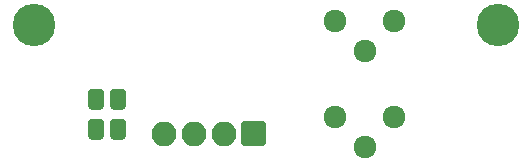
<source format=gbs>
G04 #@! TF.GenerationSoftware,KiCad,Pcbnew,(5.1.9-0-10_14)*
G04 #@! TF.CreationDate,2021-06-22T22:42:15-05:00*
G04 #@! TF.ProjectId,HallEffectXY-Endstop,48616c6c-4566-4666-9563-7458592d456e,A*
G04 #@! TF.SameCoordinates,Original*
G04 #@! TF.FileFunction,Soldermask,Bot*
G04 #@! TF.FilePolarity,Negative*
%FSLAX46Y46*%
G04 Gerber Fmt 4.6, Leading zero omitted, Abs format (unit mm)*
G04 Created by KiCad (PCBNEW (5.1.9-0-10_14)) date 2021-06-22 22:42:15*
%MOMM*%
%LPD*%
G01*
G04 APERTURE LIST*
%ADD10C,3.600000*%
%ADD11C,1.924000*%
%ADD12O,2.100000X2.100000*%
G04 APERTURE END LIST*
D10*
X167000000Y-98750000D03*
X127750000Y-98750000D03*
G36*
G01*
X133688000Y-104435250D02*
X133688000Y-105547750D01*
G75*
G02*
X133344250Y-105891500I-343750J0D01*
G01*
X132656750Y-105891500D01*
G75*
G02*
X132313000Y-105547750I0J343750D01*
G01*
X132313000Y-104435250D01*
G75*
G02*
X132656750Y-104091500I343750J0D01*
G01*
X133344250Y-104091500D01*
G75*
G02*
X133688000Y-104435250I0J-343750D01*
G01*
G37*
G36*
G01*
X135563000Y-104435250D02*
X135563000Y-105547750D01*
G75*
G02*
X135219250Y-105891500I-343750J0D01*
G01*
X134531750Y-105891500D01*
G75*
G02*
X134188000Y-105547750I0J343750D01*
G01*
X134188000Y-104435250D01*
G75*
G02*
X134531750Y-104091500I343750J0D01*
G01*
X135219250Y-104091500D01*
G75*
G02*
X135563000Y-104435250I0J-343750D01*
G01*
G37*
G36*
G01*
X134188000Y-108087750D02*
X134188000Y-106975250D01*
G75*
G02*
X134531750Y-106631500I343750J0D01*
G01*
X135219250Y-106631500D01*
G75*
G02*
X135563000Y-106975250I0J-343750D01*
G01*
X135563000Y-108087750D01*
G75*
G02*
X135219250Y-108431500I-343750J0D01*
G01*
X134531750Y-108431500D01*
G75*
G02*
X134188000Y-108087750I0J343750D01*
G01*
G37*
G36*
G01*
X132313000Y-108087750D02*
X132313000Y-106975250D01*
G75*
G02*
X132656750Y-106631500I343750J0D01*
G01*
X133344250Y-106631500D01*
G75*
G02*
X133688000Y-106975250I0J-343750D01*
G01*
X133688000Y-108087750D01*
G75*
G02*
X133344250Y-108431500I-343750J0D01*
G01*
X132656750Y-108431500D01*
G75*
G02*
X132313000Y-108087750I0J343750D01*
G01*
G37*
D11*
X158254000Y-106534000D03*
X155754000Y-109034000D03*
X153254000Y-106534000D03*
X158254000Y-98406000D03*
X155754000Y-100906000D03*
X153254000Y-98406000D03*
D12*
X138736000Y-107900000D03*
X141276000Y-107900000D03*
X143816000Y-107900000D03*
G36*
G01*
X147206000Y-108950000D02*
X145506000Y-108950000D01*
G75*
G02*
X145306000Y-108750000I0J200000D01*
G01*
X145306000Y-107050000D01*
G75*
G02*
X145506000Y-106850000I200000J0D01*
G01*
X147206000Y-106850000D01*
G75*
G02*
X147406000Y-107050000I0J-200000D01*
G01*
X147406000Y-108750000D01*
G75*
G02*
X147206000Y-108950000I-200000J0D01*
G01*
G37*
M02*

</source>
